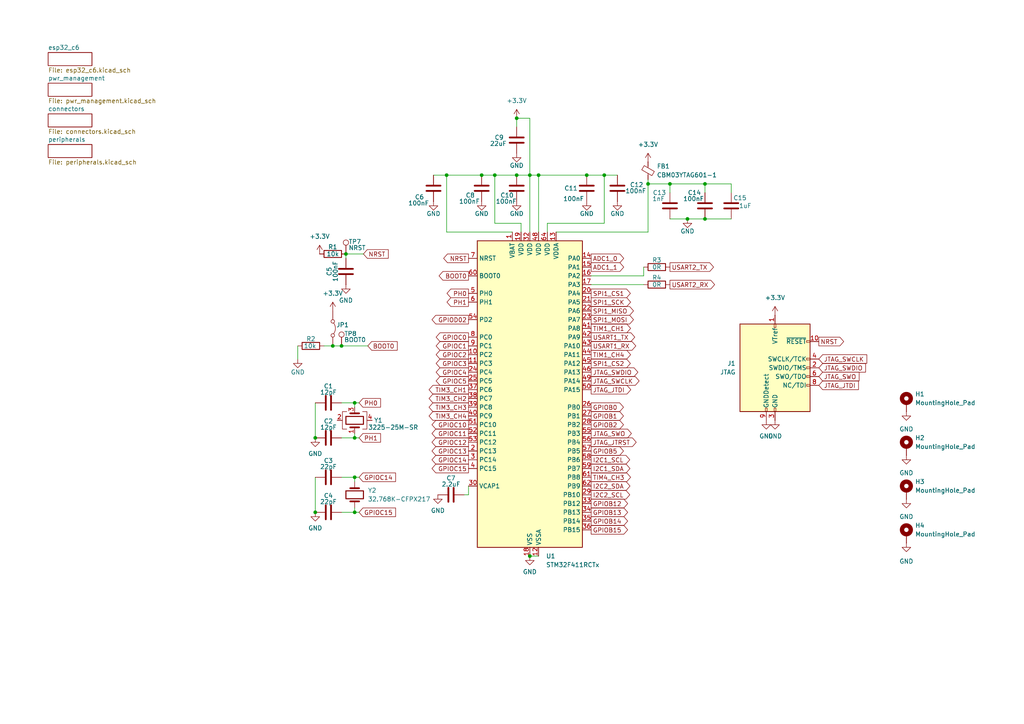
<source format=kicad_sch>
(kicad_sch (version 20250114) (generator "eeschema") (generator_version "9.0")
  (paper "A4")
  (title_block (title "IoT Logger A - STM32F4") (date "2026-01-24") (rev "1.0") (company "Piotr Kłyś"))
  (lib_symbols
    (symbol "Connector:Conn_ARM_JTAG_SWD_10" (pin_names (offset 1.016))
      (property "Reference" "J" (at -2.54 16.51 0))
      (property "Value" "Conn_ARM_JTAG_SWD_10" (at -2.54 13.97 0))
      (symbol "Conn_ARM_JTAG_SWD_10_0_1"
        (rectangle (start -10.16 12.7) (end 10.16 -12.7) (stroke (width 0.254)) (fill (type background)))
        (rectangle (start -2.794 -12.7) (end -2.286 -11.684))
        (rectangle (start -0.254 12.7) (end 0.254 11.684))
        (rectangle (start -0.254 -12.7) (end 0.254 -11.684))
        (rectangle (start 9.144 2.286) (end 10.16 2.794))
        (rectangle (start 10.16 7.874) (end 9.144 7.366))
        (rectangle (start 10.16 -0.254) (end 9.144 0.254))
        (rectangle (start 10.16 -2.794) (end 9.144 -2.286))
      )
      (symbol "Conn_ARM_JTAG_SWD_10_1_1"
        (rectangle (start 9.144 -5.334) (end 10.16 -4.826))
        (pin no_connect line (at -10.16 0 0) (length 2.54) (hide yes) (name "KEY") (number "7"))
        (pin passive line (at -2.54 -15.24 90) (length 2.54) (name "GNDDetect") (number "9"))
        (pin power_in line (at 0 15.24 270) (length 2.54) (name "VTref") (number "1"))
        (pin power_in line (at 0 -15.24 90) (length 2.54) (name "GND") (number "3"))
        (pin passive line (at 0 -15.24 90) (length 2.54) (hide yes) (name "GND") (number "5"))
        (pin open_collector line (at 12.7 7.62 180) (length 2.54) (name "~{RESET}") (number "10"))
        (pin output line (at 12.7 2.54 180) (length 2.54) (name "SWCLK/TCK") (number "4"))
        (pin bidirectional line (at 12.7 0 180) (length 2.54) (name "SWDIO/TMS") (number "2"))
        (pin input line (at 12.7 -2.54 180) (length 2.54) (name "SWO/TDO") (number "6"))
        (pin output line (at 12.7 -5.08 180) (length 2.54) (name "NC/TDI") (number "8"))
      )
    )
    (symbol "Connector:TestPoint" (pin_numbers (hide yes)) (pin_names (offset 0.762) (hide yes))
      (property "Reference" "TP" (at 0 6.858 0))
      (property "Value" "TestPoint" (at 0 5.08 0))
      (symbol "TestPoint_0_1"
        (circle (center 0 3.302) (radius 0.762))
      )
      (symbol "TestPoint_1_1"
        (pin passive line (at 0 0 90) (length 2.54) (name "1") (number "1"))
      )
    )
    (symbol "Device:C" (pin_numbers (hide yes)) (pin_names (offset 0.254))
      (property "Reference" "C" (at 0.635 2.54 0))
      (property "Value" "C" (at 0.635 -2.54 0))
      (symbol "C_0_1"
        (polyline (pts (xy -2.032 0.762) (xy 2.032 0.762)) (stroke (width 0.508)))
        (polyline (pts (xy -2.032 -0.762) (xy 2.032 -0.762)) (stroke (width 0.508)))
      )
      (symbol "C_1_1"
        (pin passive line (at 0 3.81 270) (length 2.794) (name "~") (number "1"))
        (pin passive line (at 0 -3.81 90) (length 2.794) (name "~") (number "2"))
      )
    )
    (symbol "Device:Crystal" (pin_numbers (hide yes)) (pin_names (offset 1.016) (hide yes))
      (property "Reference" "Y" (at 0 3.81 0))
      (property "Value" "Crystal" (at 0 -3.81 0))
      (symbol "Crystal_0_1"
        (polyline (pts (xy -2.54 0) (xy -1.905 0)))
        (polyline (pts (xy -1.905 -1.27) (xy -1.905 1.27)) (stroke (width 0.508)))
        (rectangle (start -1.143 2.54) (end 1.143 -2.54) (stroke (width 0.3048)))
        (polyline (pts (xy 1.905 -1.27) (xy 1.905 1.27)) (stroke (width 0.508)))
        (polyline (pts (xy 2.54 0) (xy 1.905 0)))
      )
      (symbol "Crystal_1_1"
        (pin passive line (at -3.81 0 0) (length 1.27) (name "1") (number "1"))
        (pin passive line (at 3.81 0 180) (length 1.27) (name "2") (number "2"))
      )
    )
    (symbol "Device:Crystal_GND24" (pin_names (offset 1.016) (hide yes))
      (property "Reference" "Y" (at 3.175 5.08 0))
      (property "Value" "Crystal_GND24" (at 3.175 3.175 0))
      (symbol "Crystal_GND24_0_1"
        (polyline (pts (xy -2.54 2.286) (xy -2.54 3.556) (xy 2.54 3.556) (xy 2.54 2.286)))
        (polyline (pts (xy -2.54 0) (xy -2.032 0)))
        (polyline (pts (xy -2.54 -2.286) (xy -2.54 -3.556) (xy 2.54 -3.556) (xy 2.54 -2.286)))
        (polyline (pts (xy -2.032 -1.27) (xy -2.032 1.27)) (stroke (width 0.508)))
        (rectangle (start -1.143 2.54) (end 1.143 -2.54) (stroke (width 0.3048)))
        (polyline (pts (xy 0 3.556) (xy 0 3.81)))
        (polyline (pts (xy 0 -3.81) (xy 0 -3.556)))
        (polyline (pts (xy 2.032 0) (xy 2.54 0)))
        (polyline (pts (xy 2.032 -1.27) (xy 2.032 1.27)) (stroke (width 0.508)))
      )
      (symbol "Crystal_GND24_1_1"
        (pin passive line (at -3.81 0 0) (length 1.27) (name "1") (number "1"))
        (pin passive line (at 0 5.08 270) (length 1.27) (name "2") (number "2"))
        (pin passive line (at 0 -5.08 90) (length 1.27) (name "4") (number "4"))
        (pin passive line (at 3.81 0 180) (length 1.27) (name "3") (number "3"))
      )
    )
    (symbol "Device:FerriteBead_Small" (pin_numbers (hide yes)) (pin_names (offset 0))
      (property "Reference" "FB" (at 1.905 1.27 0))
      (property "Value" "FerriteBead_Small" (at 1.905 -1.27 0))
      (symbol "FerriteBead_Small_0_1"
        (polyline (pts (xy -1.8288 0.2794) (xy -1.1176 1.4986) (xy 1.8288 -0.2032) (xy 1.1176 -1.4224) (xy -1.8288 0.2794)))
        (polyline (pts (xy 0 0.889) (xy 0 1.2954)))
        (polyline (pts (xy 0 -1.27) (xy 0 -0.7874)))
      )
      (symbol "FerriteBead_Small_1_1"
        (pin passive line (at 0 2.54 270) (length 1.27) (name "~") (number "1"))
        (pin passive line (at 0 -2.54 90) (length 1.27) (name "~") (number "2"))
      )
    )
    (symbol "Device:R" (pin_numbers (hide yes)) (pin_names (offset 0))
      (property "Reference" "R" (at 2.032 0 90))
      (property "Value" "R" (at 0 0 90))
      (symbol "R_0_1"
        (rectangle (start -1.016 -2.54) (end 1.016 2.54) (stroke (width 0.254)))
      )
      (symbol "R_1_1"
        (pin passive line (at 0 3.81 270) (length 1.27) (name "~") (number "1"))
        (pin passive line (at 0 -3.81 90) (length 1.27) (name "~") (number "2"))
      )
    )
    (symbol "Jumper:Jumper_2_Bridged" (pin_numbers (hide yes)) (pin_names (offset 0) (hide yes))
      (property "Reference" "JP" (at 0 1.905 0))
      (property "Value" "Jumper_2_Bridged" (at 0 -2.54 0))
      (symbol "Jumper_2_Bridged_0_0"
        (circle (center -2.032 0) (radius 0.508))
        (circle (center 2.032 0) (radius 0.508))
      )
      (symbol "Jumper_2_Bridged_0_1"
        (arc (start -1.524 0.254) (mid 0 0.762) (end 1.524 0.254))
      )
      (symbol "Jumper_2_Bridged_1_1"
        (pin passive line (at -5.08 0 0) (length 2.54) (name "A") (number "1"))
        (pin passive line (at 5.08 0 180) (length 2.54) (name "B") (number "2"))
      )
    )
    (symbol "MCU_ST_STM32F4:STM32F411RCTx"
      (property "Reference" "U" (at -15.24 46.99 0))
      (property "Value" "STM32F411RCTx" (at 10.16 46.99 0))
      (symbol "STM32F411RCTx_0_1"
        (rectangle (start -15.24 -43.18) (end 15.24 45.72) (stroke (width 0.254)) (fill (type background)))
      )
      (symbol "STM32F411RCTx_1_1"
        (pin input line (at -17.78 40.64 0) (length 2.54) (name "NRST") (number "7"))
        (pin input line (at -17.78 35.56 0) (length 2.54) (name "BOOT0") (number "60"))
        (pin bidirectional line (at -17.78 30.48 0) (length 2.54) (name "PH0") (number "5"))
        (pin bidirectional line (at -17.78 27.94 0) (length 2.54) (name "PH1") (number "6"))
        (pin bidirectional line (at -17.78 22.86 0) (length 2.54) (name "PD2") (number "54"))
        (pin bidirectional line (at -17.78 17.78 0) (length 2.54) (name "PC0") (number "8"))
        (pin bidirectional line (at -17.78 15.24 0) (length 2.54) (name "PC1") (number "9"))
        (pin bidirectional line (at -17.78 12.7 0) (length 2.54) (name "PC2") (number "10"))
        (pin bidirectional line (at -17.78 10.16 0) (length 2.54) (name "PC3") (number "11"))
        (pin bidirectional line (at -17.78 7.62 0) (length 2.54) (name "PC4") (number "24"))
        (pin bidirectional line (at -17.78 5.08 0) (length 2.54) (name "PC5") (number "25"))
        (pin bidirectional line (at -17.78 2.54 0) (length 2.54) (name "PC6") (number "37"))
        (pin bidirectional line (at -17.78 0 0) (length 2.54) (name "PC7") (number "38"))
        (pin bidirectional line (at -17.78 -2.54 0) (length 2.54) (name "PC8") (number "39"))
        (pin bidirectional line (at -17.78 -5.08 0) (length 2.54) (name "PC9") (number "40"))
        (pin bidirectional line (at -17.78 -7.62 0) (length 2.54) (name "PC10") (number "51"))
        (pin bidirectional line (at -17.78 -10.16 0) (length 2.54) (name "PC11") (number "52"))
        (pin bidirectional line (at -17.78 -12.7 0) (length 2.54) (name "PC12") (number "53"))
        (pin bidirectional line (at -17.78 -15.24 0) (length 2.54) (name "PC13") (number "2"))
        (pin bidirectional line (at -17.78 -17.78 0) (length 2.54) (name "PC14") (number "3"))
        (pin bidirectional line (at -17.78 -20.32 0) (length 2.54) (name "PC15") (number "4"))
        (pin power_out line (at -17.78 -25.4 0) (length 2.54) (name "VCAP1") (number "30"))
        (pin power_in line (at -5.08 48.26 270) (length 2.54) (name "VBAT") (number "1"))
        (pin power_in line (at -2.54 48.26 270) (length 2.54) (name "VDD") (number "19"))
        (pin power_in line (at 0 48.26 270) (length 2.54) (name "VDD") (number "32"))
        (pin power_in line (at 0 -45.72 90) (length 2.54) (name "VSS") (number "18"))
        (pin passive line (at 0 -45.72 90) (length 2.54) (hide yes) (name "VSS") (number "31"))
        (pin passive line (at 0 -45.72 90) (length 2.54) (hide yes) (name "VSS") (number "47"))
        (pin passive line (at 0 -45.72 90) (length 2.54) (hide yes) (name "VSS") (number "63"))
        (pin power_in line (at 2.54 48.26 270) (length 2.54) (name "VDD") (number "48"))
        (pin power_in line (at 2.54 -45.72 90) (length 2.54) (name "VSSA") (number "12"))
        (pin power_in line (at 5.08 48.26 270) (length 2.54) (name "VDD") (number "64"))
        (pin power_in line (at 7.62 48.26 270) (length 2.54) (name "VDDA") (number "13"))
        (pin bidirectional line (at 17.78 40.64 180) (length 2.54) (name "PA0") (number "14"))
        (pin bidirectional line (at 17.78 38.1 180) (length 2.54) (name "PA1") (number "15"))
        (pin bidirectional line (at 17.78 35.56 180) (length 2.54) (name "PA2") (number "16"))
        (pin bidirectional line (at 17.78 33.02 180) (length 2.54) (name "PA3") (number "17"))
        (pin bidirectional line (at 17.78 30.48 180) (length 2.54) (name "PA4") (number "20"))
        (pin bidirectional line (at 17.78 27.94 180) (length 2.54) (name "PA5") (number "21"))
        (pin bidirectional line (at 17.78 25.4 180) (length 2.54) (name "PA6") (number "22"))
        (pin bidirectional line (at 17.78 22.86 180) (length 2.54) (name "PA7") (number "23"))
        (pin bidirectional line (at 17.78 20.32 180) (length 2.54) (name "PA8") (number "41"))
        (pin bidirectional line (at 17.78 17.78 180) (length 2.54) (name "PA9") (number "42"))
        (pin bidirectional line (at 17.78 15.24 180) (length 2.54) (name "PA10") (number "43"))
        (pin bidirectional line (at 17.78 12.7 180) (length 2.54) (name "PA11") (number "44"))
        (pin bidirectional line (at 17.78 10.16 180) (length 2.54) (name "PA12") (number "45"))
        (pin bidirectional line (at 17.78 7.62 180) (length 2.54) (name "PA13") (number "46"))
        (pin bidirectional line (at 17.78 5.08 180) (length 2.54) (name "PA14") (number "49"))
        (pin bidirectional line (at 17.78 2.54 180) (length 2.54) (name "PA15") (number "50"))
        (pin bidirectional line (at 17.78 -2.54 180) (length 2.54) (name "PB0") (number "26"))
        (pin bidirectional line (at 17.78 -5.08 180) (length 2.54) (name "PB1") (number "27"))
        (pin bidirectional line (at 17.78 -7.62 180) (length 2.54) (name "PB2") (number "28"))
        (pin bidirectional line (at 17.78 -10.16 180) (length 2.54) (name "PB3") (number "55"))
        (pin bidirectional line (at 17.78 -12.7 180) (length 2.54) (name "PB4") (number "56"))
        (pin bidirectional line (at 17.78 -15.24 180) (length 2.54) (name "PB5") (number "57"))
        (pin bidirectional line (at 17.78 -17.78 180) (length 2.54) (name "PB6") (number "58"))
        (pin bidirectional line (at 17.78 -20.32 180) (length 2.54) (name "PB7") (number "59"))
        (pin bidirectional line (at 17.78 -22.86 180) (length 2.54) (name "PB8") (number "61"))
        (pin bidirectional line (at 17.78 -25.4 180) (length 2.54) (name "PB9") (number "62"))
        (pin bidirectional line (at 17.78 -27.94 180) (length 2.54) (name "PB10") (number "29"))
        (pin bidirectional line (at 17.78 -30.48 180) (length 2.54) (name "PB12") (number "33"))
        (pin bidirectional line (at 17.78 -33.02 180) (length 2.54) (name "PB13") (number "34"))
        (pin bidirectional line (at 17.78 -35.56 180) (length 2.54) (name "PB14") (number "35"))
        (pin bidirectional line (at 17.78 -38.1 180) (length 2.54) (name "PB15") (number "36"))
      )
    )
    (symbol "Mechanical:MountingHole_Pad" (pin_numbers (hide yes)) (pin_names (offset 1.016) (hide yes)) (in_bom no)
      (property "Reference" "H" (at 0 6.35 0))
      (property "Value" "MountingHole_Pad" (at 0 4.445 0))
      (symbol "MountingHole_Pad_0_1"
        (circle (center 0 1.27) (radius 1.27) (stroke (width 1.27)))
      )
      (symbol "MountingHole_Pad_1_1"
        (pin input line (at 0 -2.54 90) (length 2.54) (name "1") (number "1"))
      )
    )
    (symbol "power:+3.3V" (power) (pin_numbers (hide yes)) (pin_names (offset 0) (hide yes))
      (property "Value" "+3.3V" (at 0 3.556 0))
      (symbol "+3.3V_0_1"
        (polyline (pts (xy -0.762 1.27) (xy 0 2.54)))
        (polyline (pts (xy 0 2.54) (xy 0.762 1.27)))
        (polyline (pts (xy 0 0) (xy 0 2.54)))
      )
      (symbol "+3.3V_1_1"
        (pin power_in line (at 0 0 90) (length 0) (name "~") (number "1"))
      )
    )
    (symbol "power:GND" (power) (pin_numbers (hide yes)) (pin_names (offset 0) (hide yes))
      (property "Value" "GND" (at 0 -3.81 0))
      (symbol "GND_0_1"
        (polyline (pts (xy 0 0) (xy 0 -1.27) (xy 1.27 -1.27) (xy 0 -2.54) (xy -1.27 -1.27) (xy 0 -1.27)))
      )
      (symbol "GND_1_1"
        (pin power_in line (at 0 0 270) (length 0) (name "~") (number "1"))
      )
    )
  )
  (junction (at 149.86 50.8))
  (junction (at 143.51 50.8))
  (junction (at 170.18 50.8))
  (junction (at 102.87 148.59))
  (junction (at 102.87 116.84))
  (junction (at 139.7 50.8))
  (junction (at 175.26 50.8))
  (junction (at 204.47 53.34))
  (junction (at 204.47 63.5))
  (junction (at 156.21 50.8))
  (junction (at 100.33 73.66))
  (junction (at 96.52 100.33))
  (junction (at 102.87 127))
  (junction (at 91.44 127))
  (junction (at 187.96 53.34))
  (junction (at 199.39 63.5))
  (junction (at 149.86 34.29))
  (junction (at 153.67 50.8))
  (junction (at 99.06 100.33))
  (junction (at 102.87 138.43))
  (junction (at 129.54 50.8))
  (junction (at 153.67 161.29))
  (junction (at 194.31 53.34))
  (junction (at 91.44 148.59))
  (wire (pts (xy 204.47 53.34) (xy 194.31 53.34)))
  (wire (pts (xy 212.09 53.34) (xy 204.47 53.34)))
  (wire (pts (xy 99.06 100.33) (xy 106.68 100.33)))
  (wire (pts (xy 102.87 127) (xy 104.14 127)))
  (wire (pts (xy 100.33 74.93) (xy 100.33 73.66)))
  (wire (pts (xy 143.51 50.8) (xy 149.86 50.8)))
  (wire (pts (xy 99.06 100.33) (xy 96.52 100.33)))
  (wire (pts (xy 204.47 63.5) (xy 212.09 63.5)))
  (wire (pts (xy 99.06 127) (xy 102.87 127)))
  (wire (pts (xy 102.87 125.73) (xy 102.87 127)))
  (wire (pts (xy 102.87 138.43) (xy 102.87 139.7)))
  (wire (pts (xy 99.06 138.43) (xy 102.87 138.43)))
  (wire (pts (xy 153.67 67.31) (xy 153.67 50.8)))
  (wire (pts (xy 102.87 147.32) (xy 102.87 148.59)))
  (wire (pts (xy 129.54 50.8) (xy 139.7 50.8)))
  (wire (pts (xy 187.96 67.31) (xy 187.96 53.34)))
  (wire (pts (xy 186.69 80.01) (xy 186.69 77.47)))
  (wire (pts (xy 148.59 67.31) (xy 129.54 67.31)))
  (wire (pts (xy 153.67 50.8) (xy 156.21 50.8)))
  (wire (pts (xy 187.96 52.07) (xy 187.96 53.34)))
  (wire (pts (xy 99.06 116.84) (xy 102.87 116.84)))
  (wire (pts (xy 153.67 34.29) (xy 153.67 50.8)))
  (wire (pts (xy 134.62 143.51) (xy 135.89 143.51)))
  (wire (pts (xy 102.87 148.59) (xy 104.14 148.59)))
  (wire (pts (xy 129.54 50.8) (xy 125.73 50.8)))
  (wire (pts (xy 158.75 64.77) (xy 175.26 64.77)))
  (wire (pts (xy 139.7 50.8) (xy 143.51 50.8)))
  (wire (pts (xy 194.31 63.5) (xy 199.39 63.5)))
  (wire (pts (xy 153.67 161.29) (xy 156.21 161.29)))
  (wire (pts (xy 161.29 67.31) (xy 187.96 67.31)))
  (wire (pts (xy 187.96 53.34) (xy 194.31 53.34)))
  (wire (pts (xy 149.86 50.8) (xy 153.67 50.8)))
  (wire (pts (xy 100.33 73.66) (xy 105.41 73.66)))
  (wire (pts (xy 158.75 67.31) (xy 158.75 64.77)))
  (wire (pts (xy 175.26 64.77) (xy 175.26 50.8)))
  (wire (pts (xy 93.98 100.33) (xy 96.52 100.33)))
  (wire (pts (xy 170.18 50.8) (xy 175.26 50.8)))
  (wire (pts (xy 129.54 67.31) (xy 129.54 50.8)))
  (wire (pts (xy 204.47 55.88) (xy 204.47 53.34)))
  (wire (pts (xy 102.87 116.84) (xy 102.87 118.11)))
  (wire (pts (xy 156.21 67.31) (xy 156.21 50.8)))
  (wire (pts (xy 99.06 148.59) (xy 102.87 148.59)))
  (wire (pts (xy 175.26 50.8) (xy 179.07 50.8)))
  (wire (pts (xy 143.51 64.77) (xy 143.51 50.8)))
  (wire (pts (xy 86.36 104.14) (xy 86.36 100.33)))
  (wire (pts (xy 102.87 138.43) (xy 104.14 138.43)))
  (wire (pts (xy 199.39 63.5) (xy 204.47 63.5)))
  (wire (pts (xy 194.31 53.34) (xy 194.31 55.88)))
  (wire (pts (xy 151.13 64.77) (xy 143.51 64.77)))
  (wire (pts (xy 171.45 82.55) (xy 186.69 82.55)))
  (wire (pts (xy 91.44 138.43) (xy 91.44 148.59)))
  (wire (pts (xy 153.67 34.29) (xy 149.86 34.29)))
  (wire (pts (xy 91.44 116.84) (xy 91.44 127)))
  (wire (pts (xy 156.21 50.8) (xy 170.18 50.8)))
  (wire (pts (xy 151.13 67.31) (xy 151.13 64.77)))
  (wire (pts (xy 135.89 143.51) (xy 135.89 140.97)))
  (wire (pts (xy 171.45 80.01) (xy 186.69 80.01)))
  (wire (pts (xy 102.87 116.84) (xy 104.14 116.84)))
  (wire (pts (xy 212.09 55.88) (xy 212.09 53.34)))
  (wire (pts (xy 149.86 34.29) (xy 149.86 36.83)))
  (global_label "GPIOC13" (shape output) (at 135.89 130.81 180) (property "Intersheetrefs" "${INTERSHEET_REFS}" (effects (hide yes))))
  (global_label "PH0" (shape input) (at 104.14 116.84 0) (property "Intersheetrefs" "${INTERSHEET_REFS}" (effects (hide yes))))
  (global_label "GPIOB2" (shape output) (at 171.45 123.19 0) (property "Intersheetrefs" "${INTERSHEET_REFS}" (effects (hide yes))))
  (global_label "NRST" (shape input) (at 105.41 73.66 0) (property "Intersheetrefs" "${INTERSHEET_REFS}" (effects (hide yes))))
  (global_label "BOOT0" (shape input) (at 106.68 100.33 0) (property "Intersheetrefs" "${INTERSHEET_REFS}" (effects (hide yes))))
  (global_label "GPIOC1" (shape output) (at 135.89 100.33 180) (property "Intersheetrefs" "${INTERSHEET_REFS}" (effects (hide yes))))
  (global_label "SPI1_SCK" (shape output) (at 171.45 87.63 0) (property "Intersheetrefs" "${INTERSHEET_REFS}" (effects (hide yes))))
  (global_label "JTAG_JTDI" (shape output) (at 171.45 113.03 0) (property "Intersheetrefs" "${INTERSHEET_REFS}" (effects (hide yes))))
  (global_label "USART2_TX" (shape output) (at 194.31 77.47 0) (property "Intersheetrefs" "${INTERSHEET_REFS}" (effects (hide yes))))
  (global_label "GPIOC3" (shape output) (at 135.89 105.41 180) (property "Intersheetrefs" "${INTERSHEET_REFS}" (effects (hide yes))))
  (global_label "GPIOB15" (shape output) (at 171.45 153.67 0) (property "Intersheetrefs" "${INTERSHEET_REFS}" (effects (hide yes))))
  (global_label "TIM3_CH4" (shape output) (at 135.89 120.65 180) (property "Intersheetrefs" "${INTERSHEET_REFS}" (effects (hide yes))))
  (global_label "TIM4_CH3" (shape output) (at 171.45 138.43 0) (property "Intersheetrefs" "${INTERSHEET_REFS}" (effects (hide yes))))
  (global_label "I2C1_SDA" (shape output) (at 171.45 135.89 0) (property "Intersheetrefs" "${INTERSHEET_REFS}" (effects (hide yes))))
  (global_label "SPI1_MISO" (shape output) (at 171.45 90.17 0) (property "Intersheetrefs" "${INTERSHEET_REFS}" (effects (hide yes))))
  (global_label "TIM3_CH3" (shape output) (at 135.89 118.11 180) (property "Intersheetrefs" "${INTERSHEET_REFS}" (effects (hide yes))))
  (global_label "GPIOC12" (shape output) (at 135.89 128.27 180) (property "Intersheetrefs" "${INTERSHEET_REFS}" (effects (hide yes))))
  (global_label "PH0" (shape output) (at 135.89 85.09 180) (property "Intersheetrefs" "${INTERSHEET_REFS}" (effects (hide yes))))
  (global_label "GPIOC0" (shape output) (at 135.89 97.79 180) (property "Intersheetrefs" "${INTERSHEET_REFS}" (effects (hide yes))))
  (global_label "GPIOB0" (shape output) (at 171.45 118.11 0) (property "Intersheetrefs" "${INTERSHEET_REFS}" (effects (hide yes))))
  (global_label "JTAG_SWCLK" (shape output) (at 171.45 110.49 0) (property "Intersheetrefs" "${INTERSHEET_REFS}" (effects (hide yes))))
  (global_label "SPI1_CS1" (shape output) (at 171.45 85.09 0) (property "Intersheetrefs" "${INTERSHEET_REFS}" (effects (hide yes))))
  (global_label "JTAG_JTRST" (shape output) (at 171.45 128.27 0) (property "Intersheetrefs" "${INTERSHEET_REFS}" (effects (hide yes))))
  (global_label "GPIOC5" (shape output) (at 135.89 110.49 180) (property "Intersheetrefs" "${INTERSHEET_REFS}" (effects (hide yes))))
  (global_label "TIM3_CH2" (shape output) (at 135.89 115.57 180) (property "Intersheetrefs" "${INTERSHEET_REFS}" (effects (hide yes))))
  (global_label "I2C2_SCL" (shape output) (at 171.45 143.51 0) (property "Intersheetrefs" "${INTERSHEET_REFS}" (effects (hide yes))))
  (global_label "SPI1_CS2" (shape output) (at 171.45 105.41 0) (property "Intersheetrefs" "${INTERSHEET_REFS}" (effects (hide yes))))
  (global_label "NRST" (shape output) (at 237.49 99.06 0) (property "Intersheetrefs" "${INTERSHEET_REFS}" (effects (hide yes))))
  (global_label "USART1_TX" (shape output) (at 171.45 97.79 0) (property "Intersheetrefs" "${INTERSHEET_REFS}" (effects (hide yes))))
  (global_label "JTAG_SWDIO" (shape output) (at 171.45 107.95 0) (property "Intersheetrefs" "${INTERSHEET_REFS}" (effects (hide yes))))
  (global_label "GPIOB1" (shape output) (at 171.45 120.65 0) (property "Intersheetrefs" "${INTERSHEET_REFS}" (effects (hide yes))))
  (global_label "SPI1_MOSI" (shape output) (at 171.45 92.71 0) (property "Intersheetrefs" "${INTERSHEET_REFS}" (effects (hide yes))))
  (global_label "JTAG_SWO" (shape output) (at 171.45 125.73 0) (property "Intersheetrefs" "${INTERSHEET_REFS}" (effects (hide yes))))
  (global_label "I2C1_SCL" (shape output) (at 171.45 133.35 0) (property "Intersheetrefs" "${INTERSHEET_REFS}" (effects (hide yes))))
  (global_label "GPIOB14" (shape output) (at 171.45 151.13 0) (property "Intersheetrefs" "${INTERSHEET_REFS}" (effects (hide yes))))
  (global_label "GPIOC10" (shape output) (at 135.89 123.19 180) (property "Intersheetrefs" "${INTERSHEET_REFS}" (effects (hide yes))))
  (global_label "GPIOC14" (shape output) (at 135.89 133.35 180) (property "Intersheetrefs" "${INTERSHEET_REFS}" (effects (hide yes))))
  (global_label "TIM1_CH1" (shape output) (at 171.45 95.25 0) (property "Intersheetrefs" "${INTERSHEET_REFS}" (effects (hide yes))))
  (global_label "TIM3_CH1" (shape output) (at 135.89 113.03 180) (property "Intersheetrefs" "${INTERSHEET_REFS}" (effects (hide yes))))
  (global_label "GPIOC4" (shape output) (at 135.89 107.95 180) (property "Intersheetrefs" "${INTERSHEET_REFS}" (effects (hide yes))))
  (global_label "NRST" (shape output) (at 135.89 74.93 180) (property "Intersheetrefs" "${INTERSHEET_REFS}" (effects (hide yes))))
  (global_label "I2C2_SDA" (shape output) (at 171.45 140.97 0) (property "Intersheetrefs" "${INTERSHEET_REFS}" (effects (hide yes))))
  (global_label "GPIOC14" (shape input) (at 104.14 138.43 0) (property "Intersheetrefs" "${INTERSHEET_REFS}" (effects (hide yes))))
  (global_label "GPIOB5" (shape output) (at 171.45 130.81 0) (property "Intersheetrefs" "${INTERSHEET_REFS}" (effects (hide yes))))
  (global_label "JTAG_SWDIO" (shape input) (at 237.49 106.68 0) (property "Intersheetrefs" "${INTERSHEET_REFS}" (effects (hide yes))))
  (global_label "PH1" (shape output) (at 135.89 87.63 180) (property "Intersheetrefs" "${INTERSHEET_REFS}" (effects (hide yes))))
  (global_label "BOOT0" (shape output) (at 135.89 80.01 180) (property "Intersheetrefs" "${INTERSHEET_REFS}" (effects (hide yes))))
  (global_label "GPIOC15" (shape input) (at 104.14 148.59 0) (property "Intersheetrefs" "${INTERSHEET_REFS}" (effects (hide yes))))
  (global_label "GPIOC2" (shape output) (at 135.89 102.87 180) (property "Intersheetrefs" "${INTERSHEET_REFS}" (effects (hide yes))))
  (global_label "ADC1_1" (shape output) (at 171.45 77.47 0) (property "Intersheetrefs" "${INTERSHEET_REFS}" (effects (hide yes))))
  (global_label "TIM1_CH4" (shape output) (at 171.45 102.87 0) (property "Intersheetrefs" "${INTERSHEET_REFS}" (effects (hide yes))))
  (global_label "JTAG_SWO" (shape input) (at 237.49 109.22 0) (property "Intersheetrefs" "${INTERSHEET_REFS}" (effects (hide yes))))
  (global_label "GPIOC15" (shape output) (at 135.89 135.89 180) (property "Intersheetrefs" "${INTERSHEET_REFS}" (effects (hide yes))))
  (global_label "GPIOB13" (shape output) (at 171.45 148.59 0) (property "Intersheetrefs" "${INTERSHEET_REFS}" (effects (hide yes))))
  (global_label "USART2_RX" (shape output) (at 194.31 82.55 0) (property "Intersheetrefs" "${INTERSHEET_REFS}" (effects (hide yes))))
  (global_label "USART1_RX" (shape output) (at 171.45 100.33 0) (property "Intersheetrefs" "${INTERSHEET_REFS}" (effects (hide yes))))
  (global_label "PH1" (shape input) (at 104.14 127 0) (property "Intersheetrefs" "${INTERSHEET_REFS}" (effects (hide yes))))
  (global_label "JTAG_SWCLK" (shape input) (at 237.49 104.14 0) (property "Intersheetrefs" "${INTERSHEET_REFS}" (effects (hide yes))))
  (global_label "JTAG_JTDI" (shape input) (at 237.49 111.76 0) (property "Intersheetrefs" "${INTERSHEET_REFS}" (effects (hide yes))))
  (global_label "ADC1_0" (shape output) (at 171.45 74.93 0) (property "Intersheetrefs" "${INTERSHEET_REFS}" (effects (hide yes))))
  (global_label "GPIOC11" (shape output) (at 135.89 125.73 180) (property "Intersheetrefs" "${INTERSHEET_REFS}" (effects (hide yes))))
  (global_label "GPIOB12" (shape output) (at 171.45 146.05 0) (property "Intersheetrefs" "${INTERSHEET_REFS}" (effects (hide yes))))
  (global_label "GPIOD02" (shape output) (at 135.89 92.71 180) (property "Intersheetrefs" "${INTERSHEET_REFS}" (effects (hide yes))))
  (symbol (lib_id "Device:C") (at 95.25 116.84 90) (unit 1)
    (property "Reference" "C1" (at 95.25 112.014 90))
    (property "Value" "12pF" (at 95.25 113.792 90))
    (property "Footprint" "Capacitor_SMD:C_0603_1608Metric" (effects (hide yes)))
    (property "Description" "Unpolarized capacitor" (effects (hide yes)))
  )
  (symbol (lib_id "Mechanical:MountingHole_Pad") (at 262.89 142.24 0) (unit 1) (in_bom no)
    (property "Reference" "H3" (at 265.43 139.6999 0) (effects (justify left)))
    (property "Value" "MountingHole_Pad" (at 265.43 142.2399 0) (effects (justify left)))
    (property "Footprint" "MountingHole:MountingHole_3.2mm_M3_DIN965_Pad" (effects (hide yes)))
    (property "Description" "Mounting Hole with connection" (effects (hide yes)))
  )
  (symbol (lib_id "Device:C") (at 204.47 59.69 0) (unit 1)
    (property "Reference" "C14" (at 201.422 55.88 0))
    (property "Value" "100nF" (at 201.168 57.658 0))
    (property "Footprint" "Capacitor_SMD:C_0603_1608Metric" (effects (hide yes)))
    (property "Description" "Unpolarized capacitor" (effects (hide yes)))
  )
  (symbol (lib_id "Connector:TestPoint") (at 99.06 100.33 0) (unit 1)
    (property "Reference" "TP8" (at 99.822 96.774 0) (effects (justify left)))
    (property "Value" "BOOT0" (at 99.822 98.552 0) (effects (justify left)))
    (property "Footprint" "TestPoint:TestPoint_Pad_D1.5mm" (effects (hide yes)))
    (property "Description" "test point" (effects (hide yes)))
  )
  (symbol (lib_id "Jumper:Jumper_2_Bridged") (at 96.52 95.25 270) (unit 1)
    (property "Reference" "JP1" (at 97.536 94.234 90) (effects (justify left)))
    (property "Value" "Jumper_2_Bridged" (effects (hide yes)))
    (property "Footprint" "Connector_PinHeader_2.54mm:PinHeader_1x02_P2.54mm_Vertical" (effects (hide yes)))
    (property "Description" "Jumper, 2-pole, closed/bridged" (effects (hide yes)))
  )
  (symbol (lib_id "power:GND") (at 91.44 148.59 0) (unit 1)
    (property "Reference" "#PWR02" (effects (hide yes)))
    (property "Value" "GND" (at 91.44 153.162 0))
    (property "Description" "Power symbol creates a global label with name \"GND\" , ground" (effects (hide yes)))
  )
  (symbol (lib_id "power:GND") (at 262.89 132.08 0) (unit 1)
    (property "Reference" "#PWR022" (effects (hide yes)))
    (property "Value" "GND" (at 262.89 137.16 0))
    (property "Description" "Power symbol creates a global label with name \"GND\" , ground" (effects (hide yes)))
  )
  (symbol (lib_id "power:+3.3V") (at 92.71 73.66 0) (unit 1)
    (property "Reference" "#PWR03" (effects (hide yes)))
    (property "Value" "+3.3V" (at 92.71 68.58 0))
    (property "Description" "Power symbol creates a global label with name \"+3.3V\"" (effects (hide yes)))
  )
  (symbol (lib_id "power:+3.3V") (at 187.96 46.99 0) (unit 1)
    (property "Reference" "#PWR016" (effects (hide yes)))
    (property "Value" "+3.3V" (at 187.96 41.91 0))
    (property "Description" "Power symbol creates a global label with name \"+3.3V\"" (effects (hide yes)))
  )
  (symbol (lib_id "Mechanical:MountingHole_Pad") (at 262.89 116.84 0) (unit 1) (in_bom no)
    (property "Reference" "H1" (at 265.43 114.2999 0) (effects (justify left)))
    (property "Value" "MountingHole_Pad" (at 265.43 116.8399 0) (effects (justify left)))
    (property "Footprint" "MountingHole:MountingHole_3.2mm_M3_DIN965_Pad" (effects (hide yes)))
    (property "Description" "Mounting Hole with connection" (effects (hide yes)))
  )
  (symbol (lib_id "power:+3.3V") (at 96.52 90.17 0) (unit 1)
    (property "Reference" "#PWR06" (effects (hide yes)))
    (property "Value" "+3.3V" (at 96.52 85.09 0))
    (property "Description" "Power symbol creates a global label with name \"+3.3V\"" (effects (hide yes)))
  )
  (symbol (lib_id "Device:R") (at 190.5 82.55 270) (unit 1)
    (property "Reference" "R4" (at 190.5 80.518 90))
    (property "Value" "0R" (at 190.5 82.55 90))
    (property "Footprint" "Resistor_SMD:R_0603_1608Metric" (effects (hide yes)))
    (property "Description" "Resistor" (effects (hide yes)))
  )
  (symbol (lib_id "Connector:TestPoint") (at 100.33 73.66 0) (unit 1)
    (property "Reference" "TP7" (at 101.092 70.104 0) (effects (justify left)))
    (property "Value" "NRST" (at 101.092 71.882 0) (effects (justify left)))
    (property "Footprint" "TestPoint:TestPoint_Pad_D1.5mm" (effects (hide yes)))
    (property "Description" "test point" (effects (hide yes)))
  )
  (symbol (lib_id "power:GND") (at 262.89 144.78 0) (unit 1)
    (property "Reference" "#PWR023" (effects (hide yes)))
    (property "Value" "GND" (at 262.89 149.86 0))
    (property "Description" "Power symbol creates a global label with name \"GND\" , ground" (effects (hide yes)))
  )
  (symbol (lib_id "Device:C") (at 194.31 59.69 0) (unit 1)
    (property "Reference" "C13" (at 191.262 55.88 0))
    (property "Value" "1nF" (at 191.008 57.658 0))
    (property "Footprint" "Capacitor_SMD:C_0603_1608Metric" (effects (hide yes)))
    (property "Description" "Unpolarized capacitor" (effects (hide yes)))
  )
  (symbol (lib_id "Device:C") (at 95.25 138.43 90) (unit 1)
    (property "Reference" "C3" (at 95.25 133.604 90))
    (property "Value" "22pF" (at 95.25 135.382 90))
    (property "Footprint" "Capacitor_SMD:C_0603_1608Metric" (effects (hide yes)))
    (property "Description" "Unpolarized capacitor" (effects (hide yes)))
  )
  (symbol (lib_id "Mechanical:MountingHole_Pad") (at 262.89 129.54 0) (unit 1) (in_bom no)
    (property "Reference" "H2" (at 265.43 126.9999 0) (effects (justify left)))
    (property "Value" "MountingHole_Pad" (at 265.43 129.5399 0) (effects (justify left)))
    (property "Footprint" "MountingHole:MountingHole_3.2mm_M3_DIN965_Pad" (effects (hide yes)))
    (property "Description" "Mounting Hole with connection" (effects (hide yes)))
  )
  (symbol (lib_id "power:GND") (at 199.39 63.5 0) (unit 1)
    (property "Reference" "#PWR017" (effects (hide yes)))
    (property "Value" "GND" (at 199.39 67.056 0))
    (property "Description" "Power symbol creates a global label with name \"GND\" , ground" (effects (hide yes)))
  )
  (symbol (lib_id "Device:C") (at 149.86 40.64 0) (unit 1)
    (property "Reference" "C9" (at 144.78 39.878 0))
    (property "Value" "22uF" (at 144.526 41.656 0))
    (property "Footprint" "Capacitor_SMD:C_0603_1608Metric" (effects (hide yes)))
    (property "Description" "Unpolarized capacitor" (effects (hide yes)))
  )
  (symbol (lib_id "power:GND") (at 127 143.51 0) (unit 1)
    (property "Reference" "#PWR08" (effects (hide yes)))
    (property "Value" "GND" (at 127 148.082 0))
    (property "Description" "Power symbol creates a global label with name \"GND\" , ground" (effects (hide yes)))
  )
  (symbol (lib_id "Device:R") (at 90.17 100.33 270) (unit 1)
    (property "Reference" "R2" (at 90.17 98.298 90))
    (property "Value" "10k" (at 89.916 100.33 90))
    (property "Footprint" "Resistor_SMD:R_0603_1608Metric" (effects (hide yes)))
    (property "Description" "Resistor" (effects (hide yes)))
  )
  (symbol (lib_id "Mechanical:MountingHole_Pad") (at 262.89 154.94 0) (unit 1) (in_bom no)
    (property "Reference" "H4" (at 265.43 152.3999 0) (effects (justify left)))
    (property "Value" "MountingHole_Pad" (at 265.43 154.9399 0) (effects (justify left)))
    (property "Footprint" "MountingHole:MountingHole_3.2mm_M3_DIN965_Pad" (effects (hide yes)))
    (property "Description" "Mounting Hole with connection" (effects (hide yes)))
  )
  (symbol (lib_id "power:+3.3V") (at 149.86 34.29 0) (unit 1)
    (property "Reference" "#PWR010" (effects (hide yes)))
    (property "Value" "+3.3V" (at 149.86 29.21 0))
    (property "Description" "Power symbol creates a global label with name \"+3.3V\"" (effects (hide yes)))
  )
  (symbol (lib_id "Device:C") (at 130.81 143.51 90) (unit 1)
    (property "Reference" "C7" (at 130.81 138.684 90))
    (property "Value" "2.2uF" (at 130.81 140.462 90))
    (property "Footprint" "Capacitor_SMD:C_0603_1608Metric" (effects (hide yes)))
    (property "Description" "Unpolarized capacitor" (effects (hide yes)))
  )
  (symbol (lib_id "power:GND") (at 262.89 119.38 0) (unit 1)
    (property "Reference" "#PWR021" (effects (hide yes)))
    (property "Value" "GND" (at 262.89 124.46 0))
    (property "Description" "Power symbol creates a global label with name \"GND\" , ground" (effects (hide yes)))
  )
  (symbol (lib_id "Device:C") (at 179.07 54.61 0) (unit 1)
    (property "Reference" "C12" (at 184.658 53.594 0))
    (property "Value" "100nF" (at 184.404 55.372 0))
    (property "Footprint" "Capacitor_SMD:C_0603_1608Metric" (effects (hide yes)))
    (property "Description" "Unpolarized capacitor" (effects (hide yes)))
  )
  (symbol (lib_id "power:+3.3V") (at 224.79 91.44 0) (unit 1)
    (property "Reference" "#PWR019" (effects (hide yes)))
    (property "Value" "+3.3V" (at 224.79 86.36 0))
    (property "Description" "Power symbol creates a global label with name \"+3.3V\"" (effects (hide yes)))
  )
  (symbol (lib_id "power:GND") (at 139.7 58.42 0) (unit 1)
    (property "Reference" "#PWR09" (effects (hide yes)))
    (property "Value" "GND" (at 139.7 61.976 0))
    (property "Description" "Power symbol creates a global label with name \"GND\" , ground" (effects (hide yes)))
  )
  (symbol (lib_id "power:GND") (at 224.79 121.92 0) (unit 1)
    (property "Reference" "#PWR020" (effects (hide yes)))
    (property "Value" "GND" (at 224.79 126.492 0))
    (property "Description" "Power symbol creates a global label with name \"GND\" , ground" (effects (hide yes)))
  )
  (symbol (lib_id "power:GND") (at 153.67 161.29 0) (unit 1)
    (property "Reference" "#PWR013" (effects (hide yes)))
    (property "Value" "GND" (at 153.67 165.862 0))
    (property "Description" "Power symbol creates a global label with name \"GND\" , ground" (effects (hide yes)))
  )
  (symbol (lib_id "power:GND") (at 222.25 121.92 0) (unit 1)
    (property "Reference" "#PWR018" (effects (hide yes)))
    (property "Value" "GND" (at 222.25 126.492 0))
    (property "Description" "Power symbol creates a global label with name \"GND\" , ground" (effects (hide yes)))
  )
  (symbol (lib_id "power:GND") (at 170.18 58.42 0) (unit 1)
    (property "Reference" "#PWR014" (effects (hide yes)))
    (property "Value" "GND" (at 170.18 61.976 0))
    (property "Description" "Power symbol creates a global label with name \"GND\" , ground" (effects (hide yes)))
  )
  (symbol (lib_id "Device:FerriteBead_Small") (at 187.96 49.53 0) (unit 1)
    (property "Reference" "FB1" (at 190.5 48.2218 0) (effects (justify left)))
    (property "Value" "CBM03YTAG601-1" (at 190.5 50.7618 0) (effects (justify left)))
    (property "Footprint" "Inductor_SMD:L_0603_1608Metric" (effects (hide yes)))
    (property "Description" "Ferrite bead, small symbol" (effects (hide yes)))
  )
  (symbol (lib_id "power:GND") (at 91.44 127 0) (unit 1)
    (property "Reference" "#PWR01" (effects (hide yes)))
    (property "Value" "GND" (at 91.44 131.572 0))
    (property "Description" "Power symbol creates a global label with name \"GND\" , ground" (effects (hide yes)))
  )
  (symbol (lib_id "Device:C") (at 170.18 54.61 0) (unit 1)
    (property "Reference" "C11" (at 165.608 54.61 0))
    (property "Value" "100nF" (at 166.37 57.658 0))
    (property "Footprint" "Capacitor_SMD:C_0603_1608Metric" (effects (hide yes)))
    (property "Description" "Unpolarized capacitor" (effects (hide yes)))
  )
  (symbol (lib_id "Device:R") (at 190.5 77.47 270) (unit 1)
    (property "Reference" "R3" (at 190.5 75.438 90))
    (property "Value" "0R" (at 190.5 77.47 90))
    (property "Footprint" "Resistor_SMD:R_0603_1608Metric" (effects (hide yes)))
    (property "Description" "Resistor" (effects (hide yes)))
  )
  (symbol (lib_id "Device:Crystal") (at 102.87 143.51 270) (unit 1)
    (property "Reference" "Y2" (at 106.68 142.2399 90) (effects (justify left)))
    (property "Value" "32.768K-CFPX217" (at 106.68 144.7799 90) (effects (justify left)))
    (property "Footprint" "Crystal:Crystal_SMD_3215-2Pin_3.2x1.5mm" (effects (hide yes)))
    (property "Description" "Two pin crystal" (effects (hide yes)))
  )
  (symbol (lib_id "Device:Crystal_GND24") (at 102.87 121.92 90) (unit 1)
    (property "Reference" "Y1" (at 109.728 121.92 90))
    (property "Value" "3225-25M-SR" (at 114.046 123.952 90))
    (property "Footprint" "Crystal:Crystal_SMD_3225-4Pin_3.2x2.5mm" (effects (hide yes)))
    (property "Description" "Four pin crystal, GND on pins 2 and 4" (effects (hide yes)))
  )
  (symbol (lib_id "Device:C") (at 95.25 127 90) (unit 1)
    (property "Reference" "C2" (at 95.25 122.174 90))
    (property "Value" "12pF" (at 95.25 123.952 90))
    (property "Footprint" "Capacitor_SMD:C_0603_1608Metric" (effects (hide yes)))
    (property "Description" "Unpolarized capacitor" (effects (hide yes)))
  )
  (symbol (lib_id "power:GND") (at 86.36 104.14 0) (unit 1)
    (property "Reference" "#PWR04" (effects (hide yes)))
    (property "Value" "GND" (at 86.36 107.95 0))
    (property "Description" "Power symbol creates a global label with name \"GND\" , ground" (effects (hide yes)))
  )
  (symbol (lib_id "Device:C") (at 125.73 54.61 0) (unit 1)
    (property "Reference" "C6" (at 121.666 57.15 0))
    (property "Value" "100nF" (at 121.412 58.928 0))
    (property "Footprint" "Capacitor_SMD:C_0603_1608Metric" (effects (hide yes)))
    (property "Description" "Unpolarized capacitor" (effects (hide yes)))
  )
  (symbol (lib_id "Device:R") (at 96.52 73.66 270) (unit 1)
    (property "Reference" "R1" (at 96.52 71.628 90))
    (property "Value" "10k" (at 96.52 73.66 90))
    (property "Footprint" "Resistor_SMD:R_0603_1608Metric" (effects (hide yes)))
    (property "Description" "Resistor" (effects (hide yes)))
  )
  (symbol (lib_id "MCU_ST_STM32F4:STM32F411RCTx") (at 153.67 115.57 0) (unit 1)
    (property "Reference" "U1" (at 158.3533 161.29 0) (effects (justify left)))
    (property "Value" "STM32F411RCTx" (at 158.3533 163.83 0) (effects (justify left)))
    (property "Footprint" "Package_QFP:LQFP-64_10x10mm_P0.5mm" (effects (hide yes)))
    (property "Datasheet" "https://www.st.com/resource/en/datasheet/stm32f411rc.pdf" (effects (hide yes)))
    (property "Description" "STMicroelectronics Arm Cortex-M4 MCU, 256KB flash, 128KB RAM, 100 MHz, 1.7-3.6V, 50 GPIO, LQFP64" (effects (hide yes)))
  )
  (symbol (lib_id "power:GND") (at 149.86 58.42 0) (unit 1)
    (property "Reference" "#PWR012" (effects (hide yes)))
    (property "Value" "GND" (at 149.86 61.976 0))
    (property "Description" "Power symbol creates a global label with name \"GND\" , ground" (effects (hide yes)))
  )
  (symbol (lib_id "power:GND") (at 125.73 58.42 0) (unit 1)
    (property "Reference" "#PWR07" (effects (hide yes)))
    (property "Value" "GND" (at 125.73 61.976 0))
    (property "Description" "Power symbol creates a global label with name \"GND\" , ground" (effects (hide yes)))
  )
  (symbol (lib_id "power:GND") (at 262.89 157.48 0) (unit 1)
    (property "Reference" "#PWR024" (effects (hide yes)))
    (property "Value" "GND" (at 262.89 162.814 0))
    (property "Description" "Power symbol creates a global label with name \"GND\" , ground" (effects (hide yes)))
  )
  (symbol (lib_id "Device:C") (at 149.86 54.61 0) (unit 1)
    (property "Reference" "C10" (at 147.066 56.642 0))
    (property "Value" "100nF" (at 146.812 58.42 0))
    (property "Footprint" "Capacitor_SMD:C_0603_1608Metric" (effects (hide yes)))
    (property "Description" "Unpolarized capacitor" (effects (hide yes)))
  )
  (symbol (lib_id "Device:C") (at 100.33 78.74 180) (unit 1)
    (property "Reference" "C5" (at 95.504 78.74 90))
    (property "Value" "100nF" (at 97.282 78.74 90))
    (property "Footprint" "Capacitor_SMD:C_0603_1608Metric" (effects (hide yes)))
    (property "Description" "Unpolarized capacitor" (effects (hide yes)))
  )
  (symbol (lib_id "Connector:Conn_ARM_JTAG_SWD_10") (at 224.79 106.68 0) (unit 1)
    (property "Reference" "J1" (at 213.36 105.4099 0) (effects (justify right)))
    (property "Value" "JTAG" (at 213.36 107.9499 0) (effects (justify right)))
    (property "Footprint" "Connector_PinHeader_1.27mm:PinHeader_2x05_P1.27mm_Vertical" (effects (hide yes)))
    (property "Datasheet" "http://infocenter.arm.com/help/topic/com.arm.doc.ddi0314h/DDI0314H_coresight_components_trm.pdf" (effects (hide yes)))
    (property "Description" "Cortex Debug Connector, standard ARM Cortex-M SWD and JTAG interface" (effects (hide yes)))
  )
  (symbol (lib_id "power:GND") (at 149.86 44.45 0) (unit 1)
    (property "Reference" "#PWR011" (effects (hide yes)))
    (property "Value" "GND" (at 149.86 48.006 0))
    (property "Description" "Power symbol creates a global label with name \"GND\" , ground" (effects (hide yes)))
  )
  (symbol (lib_id "Device:C") (at 139.7 54.61 0) (unit 1)
    (property "Reference" "C8" (at 136.398 56.642 0))
    (property "Value" "100nF" (at 136.144 58.42 0))
    (property "Footprint" "Capacitor_SMD:C_0603_1608Metric" (effects (hide yes)))
    (property "Description" "Unpolarized capacitor" (effects (hide yes)))
  )
  (symbol (lib_id "Device:C") (at 212.09 59.69 0) (unit 1)
    (property "Reference" "C15" (at 214.63 57.404 0))
    (property "Value" "1uF" (at 216.154 59.69 0))
    (property "Footprint" "Capacitor_SMD:C_0603_1608Metric" (effects (hide yes)))
    (property "Description" "Unpolarized capacitor" (effects (hide yes)))
  )
  (symbol (lib_id "Device:C") (at 95.25 148.59 90) (unit 1)
    (property "Reference" "C4" (at 95.25 143.764 90))
    (property "Value" "22pF" (at 95.25 145.542 90))
    (property "Footprint" "Capacitor_SMD:C_0603_1608Metric" (effects (hide yes)))
    (property "Description" "Unpolarized capacitor" (effects (hide yes)))
  )
  (symbol (lib_id "power:GND") (at 100.33 82.55 0) (unit 1)
    (property "Reference" "#PWR05" (effects (hide yes)))
    (property "Value" "GND" (at 100.33 87.122 0))
    (property "Description" "Power symbol creates a global label with name \"GND\" , ground" (effects (hide yes)))
  )
  (symbol (lib_id "power:GND") (at 179.07 58.42 0) (unit 1)
    (property "Reference" "#PWR015" (effects (hide yes)))
    (property "Value" "GND" (at 179.07 61.976 0))
    (property "Description" "Power symbol creates a global label with name \"GND\" , ground" (effects (hide yes)))
  )
  (sheet (at 13.97 41.91) (size 12.7 3.81) (stroke (width 0.1524))
    (property "Sheetname" "peripherals" (at 13.97 41.1984 0) (effects (justify left bottom)))
    (property "Sheetfile" "peripherals.kicad_sch" (at 13.97 46.3046 0) (effects (justify left top)))
  )
  (sheet (at 13.97 24.13) (size 12.7 3.81) (stroke (width 0.1524))
    (property "Sheetname" "pwr_management" (at 13.97 23.4184 0) (effects (justify left bottom)))
    (property "Sheetfile" "pwr_management.kicad_sch" (at 13.97 28.5246 0) (effects (justify left top)))
  )
  (sheet (at 13.97 15.24) (size 12.7 3.81) (stroke (width 0.1524))
    (property "Sheetname" "esp32_c6" (at 13.97 14.5284 0) (effects (justify left bottom)))
    (property "Sheetfile" "esp32_c6.kicad_sch" (at 13.97 19.6346 0) (effects (justify left top)))
  )
  (sheet (at 13.97 33.02) (size 12.7 3.81) (stroke (width 0.1524))
    (property "Sheetname" "connectors" (at 13.97 32.3084 0) (effects (justify left bottom)))
    (property "Sheetfile" "connectors.kicad_sch" (at 13.97 37.4146 0) (effects (justify left top)))
  )
)
</source>
